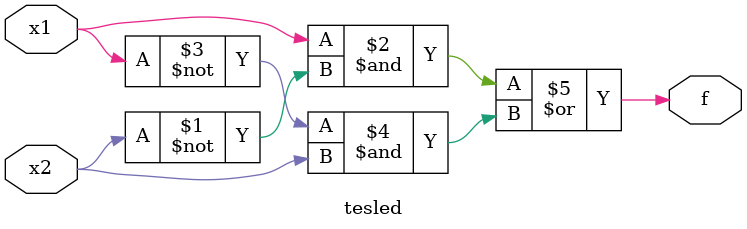
<source format=v>
module tesled(x1,x2,f);

	input x1, x2;
	output f;
	assign f = (x1 & ~x2)|(~x1&x2);
endmodule
</source>
